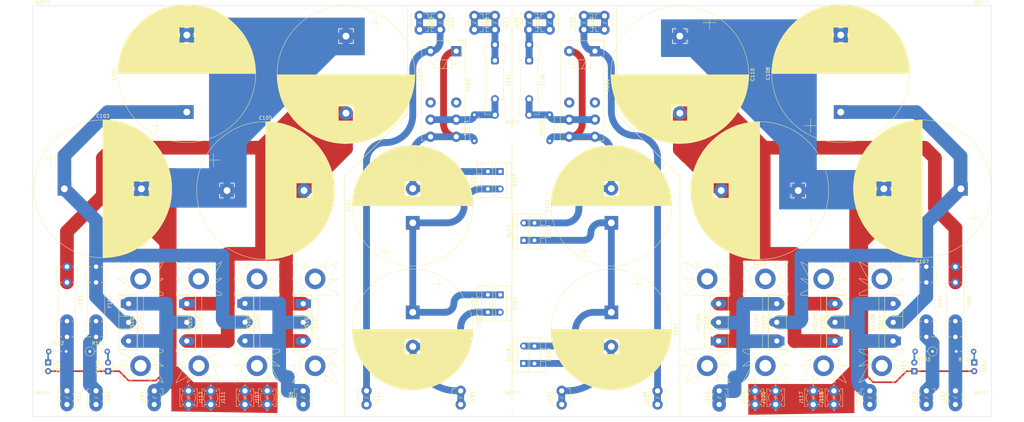
<source format=kicad_pcb>
(kicad_pcb (version 20221018) (generator pcbnew)
  (layers (0 "F.Cu" signal) (31 "B.Cu" signal) (34 "B.Paste" user) (35 "F.Paste" user) (36 "B.SilkS" user "B.Silkscreen") (37 "F.SilkS" user "F.Silkscreen") (38 "B.Mask" user) (39 "F.Mask" user) (44 "Edge.Cuts" user))
  (net 0 "")
  (net 1 "Net-(D101-K)")
  (net 2 "Net-(D101-A)")
  (net 3 "Net-(D102-K)")
  (net 4 "Net-(D105-K)")
  (net 5 "Net-(C105-Pad2)")
  (net 6 "Net-(D108-K)")
  (net 7 "Net-(D107-K)")
  (net 8 "Net-(D109-A)")
  (net 9 "Net-(D110-K)")
  (net 10 "Net-(J101-Pin_1)")
  (net 11 "Net-(F101-Pad2)")
  (net 12 "Net-(J109-Pin_1)")
  (net 13 "Net-(J110-Pin_1)")
  (net 18 "Net-(J102-Pin_1)")
  (net 21 "Net-(D111-K)")
  (net 22 "Net-(C109-Pad2)")
  (net 23 "Net-(D117-K)")
  (net 24 "Net-(D117-A)")
  (net 25 "Net-(D118-K)")
  (net 26 "Net-(D115-K)")
  (net 27 "Net-(D116-K)")
  (net 28 "Net-(D113-A)")
  (net 29 "Net-(D114-K)")
  (net 30 "Net-(J115-Pin_1)")
  (net 31 "Net-(J122-Pin_1)")
  (net 32 "Net-(J123-Pin_1)")
  (net 33 "Net-(F106-Pad2)")
  (net 38 "Net-(J126-Pin_1)")
  (net 41 "GND1")
  (net 42 "GND2")
  (footprint "Package_TO_SOT_THT:TO-220-2_Vertical" (layer "F.Cu") (at 208.445 138.54 90)
    (fp_text reference "D117")
    (fp_text value "MUR860")
  )
  (footprint "TerminalBlock_MetzConnect:TerminalBlock_MetzConnect_360381_1x01_Horizontal_ScrewM3.0" (layer "F.Cu") (at 210 77 90)
    (fp_text reference "J125")
    (fp_text value "L1")
  )
  (footprint "Heatsink:Heatsink_Fischer_SK104-STCB_35x13mm__2xDrill3.5mm_ScrewM3" (layer "F.Cu") (at 147.5 162.5 90)
    (fp_text reference "HS104")
    (fp_text value "SK104")
  )
  (footprint "TerminalBlock_MetzConnect:TerminalBlock_MetzConnect_360381_1x01_Horizontal_ScrewM3.0" (layer "F.Cu") (at 178 73 -90)
    (fp_text reference "J102")
    (fp_text value "N")
  )
  (footprint "eigene:CP_Radial_D40.0mm_P22,5" (layer "F.Cu") (at 110 94.843063 90)
    (fp_text reference "C104")
    (fp_text value "10.000µ 80V")
  )
  (footprint "TerminalBlock_MetzConnect:TerminalBlock_MetzConnect_360381_1x01_Horizontal_ScrewM3.0" (layer "F.Cu") (at 100.5 186.5 90)
    (fp_text reference "J105")
    (fp_text value "+45VAC")
  )
  (footprint "Resistor_THT:R_Axial_DIN0207_L6.3mm_D2.5mm_P7.62mm_Horizontal" (layer "F.Cu") (at 194 109.5 90)
    (fp_text reference "TH101")
    (fp_text value "EPC B57364-S100\n")
  )
  (footprint "Package_TO_SOT_THT:TO-247-3_Vertical" (layer "F.Cu") (at 299.32 167.95 90)
    (fp_text reference "D115")
    (fp_text value "MUR3020")
  )
  (footprint "Package_TO_SOT_THT:TO-247-3_Vertical" (layer "F.Cu") (at 316.32 167.95 90)
    (fp_text reference "D111")
    (fp_text value "MUR3020")
  )
  (footprint "LED_THT:LED_D3.0mm" (layer "F.Cu") (at 69.5 174.225 -90)
    (fp_text reference "D110")
    (fp_text value "LED")
  )
  (footprint "Package_TO_SOT_THT:TO-247-3_Vertical" (layer "F.Cu") (at 93 157.05 -90)
    (fp_text reference "D105")
    (fp_text value "MUR3020")
  )
  (footprint "TerminalBlock_MetzConnect:TerminalBlock_MetzConnect_360381_1x01_Horizontal_ScrewM3.0" (layer "F.Cu") (at 127 182.5 -90)
    (fp_text reference "J107")
    (fp_text value "0V")
  )
  (footprint "Relay_THT:Relay_DPDT_Finder_40.52" (layer "F.Cu") (at 188.7075 83.2925 -90)
    (fp_text reference "K102")
    (fp_text value "FINDER-40.52")
  )
  (footprint "Package_TO_SOT_THT:TO-220-2_Vertical" (layer "F.Cu") (at 197.945 159.54 90)
    (fp_text reference "D102")
    (fp_text value "MUR860")
  )
  (footprint "Fuse:Fuseholder_Clip-5x20mm_Littelfuse_100_Inline_P20.50x4.60mm_D1.30mm_Horizontal" (layer "F.Cu") (at 210 81.4 -90)
    (fp_text reference "F106")
    (fp_text value "3,15A")
  )
  (footprint "Fuse:Fuseholder_Clip-5x20mm_Littelfuse_100_Inline_P20.50x4.60mm_D1.30mm_Horizontal" (layer "F.Cu") (at 83.5 146.25 -90)
    (fp_text reference "F102")
    (fp_text value "8A")
  )
  (footprint "LED_THT:LED_D3.0mm" (layer "F.Cu") (at 87 176.775 90)
    (fp_text reference "D109")
    (fp_text value "LED")
  )
  (footprint "Package_TO_SOT_THT:TO-220-2_Vertical" (layer "F.Cu") (at 211.555 169.46 -90)
    (fp_text reference "D120")
    (fp_text value "MUR860")
  )
  (footprint "Resistor_THT:R_Axial_DIN0207_L6.3mm_D2.5mm_P5.08mm_Vertical" (layer "F.Cu") (at 327.815 171 180)
    (fp_text reference "R103")
    (fp_text value "4k7 1W")
  )
  (footprint "Heatsink:Heatsink_Fischer_SK104-STCB_35x13mm__2xDrill3.5mm_ScrewM3" (layer "F.Cu") (at 96.5 162.5 90)
    (fp_text reference "HS101")
    (fp_text value "SK104")
  )
  (footprint "eigene:CP_Radial_D40.0mm_P22,5" (layer "F.Cu") (at 254 85.156937 -90)
    (fp_text reference "C110")
    (fp_text value "10.000µ 80V")
  )
  (footprint "MountingHole:MountingHole_3.2mm_M3_DIN965" (layer "F.Cu") (at 205 187)
    (fp_text reference "REF**")
    (fp_text value "MountingHole_3.2mm_M3_DIN965")
  )
  (footprint "Package_TO_SOT_THT:TO-247-3_Vertical" (layer "F.Cu") (at 110 157.05 -90)
    (fp_text reference "D108")
    (fp_text value "MUR3020")
  )
  (footprint "TerminalBlock_MetzConnect:TerminalBlock_MetzConnect_360381_1x01_Horizontal_ScrewM3.0" (layer "F.Cu") (at 299 186.5 90)
    (fp_text reference "J118")
    (fp_text value "GND")
  )
  (footprint "Heatsink:Heatsink_Fischer_SK104-STCB_35x13mm__2xDrill3.5mm_ScrewM3" (layer "F.Cu") (at 296 162.5 90)
    (fp_text reference "HS106")
    (fp_text value "SK104")
  )
  (footprint "Heatsink:Heatsink_Fischer_SK104-STCB_35x13mm__2xDrill3.5mm_ScrewM3" (layer "F.Cu") (at 262 162.5 90)
    (fp_text reference "HS105")
    (fp_text value "SK104")
  )
  (footprint "Resistor_THT:R_Axial_DIN0207_L6.3mm_D2.5mm_P7.62mm_Horizontal" (layer "F.Cu") (at 216 109.5 90)
    (fp_text reference "TH102")
    (fp_text value "EPC B57364-S100\n")
  )
  (footprint "TerminalBlock_MetzConnect:TerminalBlock_MetzConnect_360381_1x01_Horizontal_ScrewM3.0" (layer "F.Cu") (at 276 186.5 90)
    (fp_text reference "J121")
    (fp_text value "0V")
  )
  (footprint "Fuse:Fuseholder_Clip-5x20mm_Littelfuse_100_Inline_P20.50x4.60mm_D1.30mm_Horizontal" (layer "F.Cu") (at 334.5 146.25 -90)
    (fp_text reference "F105")
    (fp_text value "8A")
  )
  (footprint "MountingHole:MountingHole_3.2mm_M3_DIN965" (layer "F.Cu") (at 68 187)
    (fp_text reference "REF**")
    (fp_text value "MountingHole_3.2mm_M3_DIN965")
  )
  (footprint "eigene:CP_Radial_D40.0mm_P22,5" (layer "F.Cu") (at 301 94.843064 90)
    (fp_text reference "C108")
    (fp_text value "10.000µ 80V")
  )
  (footprint "Capacitor_THT:CP_Radial_D35.0mm_P10.00mm_SnapIn" (layer "F.Cu") (at 234 133.430499 90)
    (fp_text reference "C111")
    (fp_text value "22.000µ 40V")
  )
  (footprint "Fuse:Fuseholder_Clip-5x20mm_Littelfuse_100_Inline_P20.50x4.60mm_D1.30mm_Horizontal" (layer "F.Cu") (at 75 146.25 -90)
    (fp_text reference "F103")
    (fp_text value "8A")
  )
  (footprint "Resistor_THT:R_Axial_DIN0207_L6.3mm_D2.5mm_P5.08mm_Vertical" (layer "F.Cu") (at 69.685 171)
    (fp_text reference "R102")
    (fp_text value "4k7 1W")
  )
  (footprint "Heatsink:Heatsink_Fischer_SK104-STCB_35x13mm__2xDrill3.5mm_ScrewM3" (layer "F.Cu") (at 313 162.5 90)
    (fp_text reference "HS108")
    (fp_text value "SK104")
  )
  (footprint "TerminalBlock_MetzConnect:TerminalBlock_MetzConnect_360381_1x01_Horizontal_ScrewM3.0" (layer "F.Cu") (at 200 73 -90)
    (fp_text reference "J113")
    (fp_text value "L1")
  )
  (footprint "LED_THT:LED_D3.0mm" (layer "F.Cu") (at 340 174.225 -90)
    (fp_text reference "D114")
    (fp_text value "LED")
  )
  (footprint "eigene:CP_Radial_D40.0mm_P22,5" (layer "F.Cu") (at 80.5 123.5)
    (fp_text reference "C103")
    (fp_text value "10.000µ 80V")
  )
  (footprint "TerminalBlock_MetzConnect:TerminalBlock_MetzConnect_360381_1x01_Horizontal_ScrewM3.0" (layer "F.Cu") (at 194 73 -90)
    (fp_text reference "J101")
    (fp_text value "L1")
  )
  (footprint "TerminalBlock_MetzConnect:TerminalBlock_MetzConnect_360381_1x01_Horizontal_ScrewM3.0" (layer "F.Cu") (at 144 186.5 90)
    (fp_text reference "J106")
    (fp_text value "-45VAC")
  )
  (footprint "TerminalBlock_MetzConnect:TerminalBlock_MetzConnect_360381_1x01_Horizontal_ScrewM3.0" (layer "F.Cu") (at 232 77 90)
    (fp_text reference "J127")
    (fp_text value "N")
  )
  (footprint "TerminalBlock_MetzConnect:TerminalBlock_MetzConnect_360381_1x01_Horizontal_ScrewM3.0" (layer "F.Cu") (at 184 73 -90)
    (fp_text reference "J104")
    (fp_text value "N")
  )
  (footprint "TerminalBlock_MetzConnect:TerminalBlock_MetzConnect_360381_1x01_Horizontal_ScrewM3.0" (layer "F.Cu") (at 265.5 186.5 90)
    (fp_text reference "J119")
    (fp_text value "-45VAC")
  )
  (footprint "MountingHole:MountingHole_3.2mm_M3_DIN965" (layer "F.Cu") (at 342 73)
    (fp_text reference "REF**")
    (fp_text value "MountingHole_3.2mm_M3_DIN965")
  )
  (footprint "Resistor_THT:R_Axial_DIN0207_L6.3mm_D2.5mm_P5.08mm_Vertical" (layer "F.Cu") (at 339.815 171 180)
    (fp_text reference "R104")
    (fp_text value "4k7 1W")
  )
  (footprint "Package_TO_SOT_THT:TO-220-2_Vertical" (layer "F.Cu") (at 208.38 174.5 90)
    (fp_text reference "D118")
    (fp_text value "MUR860")
  )
  (footprint "Resistor_THT:R_Axial_DIN0207_L6.3mm_D2.5mm_P5.08mm_Vertical" (layer "F.Cu") (at 81.685 171)
    (fp_text reference "R101")
    (fp_text value "4k7 1W")
  )
  (footprint "TerminalBlock_MetzConnect:TerminalBlock_MetzConnect_360381_1x01_Horizontal_ScrewM3.0" (layer "F.Cu") (at 309.5 186.5 90)
    (fp_text reference "J116")
    (fp_text value "+45VAC")
  )
  (footprint "eigene:CP_Radial_D40.0mm_P22,5" (layer "F.Cu") (at 282.343064 124 180)
    (fp_text reference "C109")
    (fp_text value "10.000µ 80V")
  )
  (footprint "eigene:CP_Radial_D40.0mm_P22,5" (layer "F.Cu") (at 329.843064 123.5 180)
    (fp_text reference "C107")
    (fp_text value "10.000µ 80V")
  )
  (footprint "TerminalBlock_MetzConnect:TerminalBlock_MetzConnect_360381_1x01_Horizontal_ScrewM3.0" (layer "F.Cu") (at 282 186.5 90)
    (fp_text reference "J120")
    (fp_text value "0V")
  )
  (footprint "Relay_THT:Relay_DPDT_Finder_40.52" (layer "F.Cu") (at 229.2075 83.2925 -90)
    (fp_text reference "K101")
    (fp_text value "FINDER-40.52")
  )
  (footprint "Heatsink:Heatsink_Fischer_SK104-STCB_35x13mm__2xDrill3.5mm_ScrewM3" (layer "F.Cu") (at 113.5 162.5 90)
    (fp_text reference "HS103")
    (fp_text value "SK104")
  )
  (footprint "TerminalBlock_MetzConnect:TerminalBlock_MetzConnect_360381_1x01_Horizontal_ScrewM3.0" (layer "F.Cu") (at 226 77 90)
    (fp_text reference "J126")
    (fp_text value "N")
  )
  (footprint "Package_TO_SOT_THT:TO-220-2_Vertical" (layer "F.Cu") (at 201.555 154.46 -90)
    (fp_text reference "D104")
    (fp_text value "MUR860")
  )
  (footprint "TerminalBlock_MetzConnect:TerminalBlock_MetzConnect_360381_1x01_Horizontal_ScrewM3.0" (layer "F.Cu") (at 293 186.5 90)
    (fp_text reference "J117")
    (fp_text value "GND")
  )
  (footprint "Package_TO_SOT_THT:TO-247-3_Vertical" (layer "F.Cu") (at 144 157.05 -90)
    (fp_text reference "D107")
    (fp_text value "MUR3020")
  )
  (footprint "TerminalBlock_MetzConnect:TerminalBlock_MetzConnect_360381_1x01_Horizontal_ScrewM3.0" (layer "F.Cu") (at 133.5 182.5 -90)
    (fp_text reference "J108")
    (fp_text value "0V")
  )
  (footprint "TerminalBlock_MetzConnect:TerminalBlock_MetzConnect_360381_1x01_Horizontal_ScrewM3.0" (layer "F.Cu") (at 216 77 90)
    (fp_text reference "J123")
    (fp_text value "L1")
  )
  (footprint "TerminalBlock_MetzConnect:TerminalBlock_MetzConnect_360381_1x01_Horizontal_ScrewM3.0" (layer "F.Cu") (at 190 182.5 -90)
    (fp_text reference "J103")
    (fp_text value "L1_F")
  )
  (footprint "TerminalBlock_MetzConnect:TerminalBlock_MetzConnect_360381_1x01_Horizontal_ScrewM3.0" (layer "F.Cu") (at 83.5 182.5 -90)
    (fp_text reference "J109")
    (fp_text value "+63VDC")
  )
  (footprint "eigene:CP_Radial_D40.0mm_P22,5" (layer "F.Cu") (at 156.5 85.156937 -90)
    (fp_text reference "C106")
    (fp_text value "10.000µ 80V")
  )
  (footprint "Package_TO_SOT_THT:TO-220-2_Vertical" (layer "F.Cu") (at 197.945 123.54 90)
    (fp_text reference "D101")
    (fp_text value "MUR860")
  )
  (footprint "Package_TO_SOT_THT:TO-220-2_Vertical" (layer "F.Cu") (at 201.555 118.46 -90)
    (fp_text reference "D103")
    (fp_text value "MUR860")
  )
  (footprint "TerminalBlock_MetzConnect:TerminalBlock_MetzConnect_360381_1x01_Horizontal_ScrewM3.0" (layer "F.Cu") (at 326 186.5 90)
    (fp_text reference "J115")
    (fp_text value "+63VDC")
  )
  (footprint "Fuse:Fuseholder_Clip-5x20mm_Littelfuse_100_Inline_P20.50x4.60mm_D1.30mm_Horizontal" (layer "F.Cu") (at 326 146.25 -90)
    (fp_text reference "F104")
    (fp_text value "8A")
  )
  (footprint "Fuse:Fuseholder_Clip-5x20mm_Littelfuse_100_Inline_P20.50x4.60mm_D1.30mm_Horizontal" (layer "F.Cu") (at 200 81.4 -90)
    (fp_text reference "F101")
    (fp_text value "3,15A")
  )
  (footprint "TerminalBlock_MetzConnect:TerminalBlock_MetzConnect_360381_1x01_Horizontal_ScrewM3.0" (layer "F.Cu") (at 117 182.5 -90)
    (fp_text reference "J111")
    (fp_text value "GND")
  )
  (footprint "Capacitor_THT:CP_Radial_D35.0mm_P10.00mm_SnapIn" (layer "F.Cu") (at 176 159.569501 -90)
    (fp_text reference "C102")
    (fp_text value "22.000µ 40V")
  )
  (footprint "TerminalBlock_MetzConnect:TerminalBlock_MetzConnect_360381_1x01_Horizontal_ScrewM3.0" (layer "F.Cu") (at 110.5 182.5 -90)
    (fp_text reference "J112")
    (fp_text value "GND")
  )
  (footprint "MountingHole:MountingHole_3.2mm_M3_DIN965" (layer "F.Cu") (at 68 73)
    (fp_text reference "REF**")
    (fp_text value "MountingHole_3.2mm_M3_DIN965")
  )
  (footprint "Capacitor_THT:CP_Radial_D35.0mm_P10.00mm_SnapIn" (layer "F.Cu") (at 234 159.569501 -90)
    (fp_text reference "C112")
    (fp_text value "22.000µ 40V")
  )
  (footprint "Package_TO_SOT_THT:TO-247-3_Vertical" (layer "F.Cu") (at 127 157 -90)
    (fp_text reference "D106")
    (fp_text value "MUR3020")
  )
  (footprint "Package_TO_SOT_THT:TO-247-3_Vertical" (layer "F.Cu") (at 265.32 167.95 90)
    (fp_text reference "D116")
    (fp_text value "MUR3020")
  )
  (footprint "Heatsink:Heatsink_Fischer_SK104-STCB_35x13mm__2xDrill3.5mm_ScrewM3" (layer "F.Cu") (at 279 162.5 90)
    (fp_text reference "HS107")
    (fp_text value "SK104")
  )
  (footprint "Package_TO_SOT_THT:TO-220-2_Vertical" (layer "F.Cu") (at 211.555 133.46 -90)
    (fp_text reference "D119")
    (fp_text value "MUR860")
  )
  (footprint "MountingHole:MountingHole_3.2mm_M3_DIN965" (layer "F.Cu") (at 342 187)
    (fp_text reference "REF**")
    (fp_text value "MountingHole_3.2mm_M3_DIN965")
  )
  (footprint "Heatsink:Heatsink_Fischer_SK104-STCB_35x13mm__2xDrill3.5mm_ScrewM3" (layer "F.Cu") (at 130.5 162.5 90)
    (fp_text reference "HS102")
    (fp_text value "SK104")
  )
  (footprint "eigene:CP_Radial_D40.0mm_P22,5" (layer "F.Cu") (at 128 124)
    (fp_text reference "C105")
    (fp_text value "10.000µ 80V")
  )
  (footprint "MountingHole:MountingHole_3.2mm_M3_DIN965" (layer "F.Cu") (at 205 108)
    (fp_text reference "REF**")
    (fp_text value "MountingHole_3.2mm_M3_DIN965")
  )
  (footprint "Capacitor_THT:CP_Radial_D35.0mm_P10.00mm_SnapIn" (layer "F.Cu") (at 176 133.430499 90)
    (fp_text reference "C101")
    (fp_text value "22.000µ 40V")
  )
  (footprint "LED_THT:LED_D3.0mm" (layer "F.Cu") (at 322.5 176.775 90)
    (fp_text reference "D113")
    (fp_text value "LED")
  )
  (footprint "TerminalBlock_MetzConnect:TerminalBlock_MetzConnect_360381_1x01_Horizontal_ScrewM3.0" (layer "F.Cu") (at 219.5 186.5 90)
    (fp_text reference "J124")
    (fp_text value "L1_F")
  )
  (footprint "TerminalBlock_MetzConnect:TerminalBlock_MetzConnect_360381_1x01_Horizontal_ScrewM3.0" (layer "F.Cu") (at 334.5 186.5 90)
    (fp_text reference "J122")
    (fp_text value "-63VDC")
  )
  (footprint "Package_TO_SOT_THT:TO-247-3_Vertical" (layer "F.Cu") (at 282.32 167.95 90)
    (fp_text reference "D112")
    (fp_text value "MUR3020")
  )
  (footprint "TerminalBlock_MetzConnect:TerminalBlock_MetzConnect_360381_1x01_Horizontal_ScrewM3.0" (layer "F.Cu") (at 247.5 186.5 90)
    (fp_text reference "J128")
    (fp_text value "N")
  )
  (footprint "TerminalBlock_MetzConnect:TerminalBlock_MetzConnect_360381_1x01_Horizontal_ScrewM3.0" (layer "F.Cu") (at 75 182.5 -90)
    (fp_text reference "J110")
    (fp_text value "-63VDC")
  )
  (footprint "TerminalBlock_MetzConnect:TerminalBlock_MetzConnect_360381_1x01_Horizontal_ScrewM3.0" (layer "F.Cu") (at 162.5 182.5 -90)
    (fp_text reference "J114")
    (fp_text value "N")
  )
  (gr_line (start 174.5 101.5) (end 174.5 70) (stroke (width 0.15)) (layer "F.SilkS"))
  (gr_line (start 156 120) (end 174.5 101.5) (stroke (width 0.15)) (layer "F.SilkS"))
  (gr_line (start 156 190) (end 156 120) (stroke (width 0.15)) (layer "F.SilkS"))
  (gr_line (start 235.5 101.5) (end 254 120) (stroke (width 0.15)) (layer "F.SilkS"))
  (gr_line (start 235.5 70) (end 235.5 101.5) (stroke (width 0.15)) (layer "F.SilkS"))
  (gr_line (start 254 120) (end 254 190) (stroke (width 0.15)) (layer "F.SilkS"))
  (gr_line (start 205 190) (end 205 70) (stroke (width 0.15)) (layer "F.SilkS"))
  (gr_line (start 65 190) (end 65 70) (stroke (width 0.1)) (layer "Edge.Cuts"))
  (gr_line (start 345 70) (end 345 190) (stroke (width 0.1)) (layer "Edge.Cuts"))
  (gr_line (start 65 70) (end 345 70) (stroke (width 0.1)) (layer "Edge.Cuts"))
  (gr_line (start 345 190) (end 65 190) (stroke (width 0.1)) (layer "Edge.Cuts"))
  (segment (start 195.96 123.54) (end 201.555 123.54) (width 2) (layer "B.Cu") (net 1))
  (segment (start 190.54 154.46) (end 201.555 154.46) (width 2) (layer "B.Cu") (net 1))
  (segment (start 176 133.430499) (end 176 159.569501) (width 2) (layer "B.Cu") (net 1))
  (segment (start 176 133.430499) (end 186.069501 133.430499) (width 2) (layer "B.Cu") (net 1))
  (segment (start 176 159.569501) (end 185.430499 159.569501) (width 2) (layer "B.Cu") (net 1))
  (arc (start 188 157) (mid 188.743949 155.203949) (end 190.54 154.46) (width 2) (layer "B.Cu") (net 1))
  (arc (start 185.430499 159.569501) (mid 187.247411 158.816912) (end 188 157) (width 2) (layer "B.Cu") (net 1))
  (arc (start 186.069501 133.430499) (mid 189.55589 131.986389) (end 191 128.5) (width 2) (layer "B.Cu") (net 1))
  (arc (start 191 128.5) (mid 192.45275 124.99275) (end 195.96 123.54) (width 2) (layer "B.Cu") (net 1))
  (segment (start 185 104.585) (end 185 87) (width 2) (layer "F.Cu") (net 2))
  (arc (start 185 87) (mid 186.085902 84.378402) (end 188.7075 83.2925) (width 2) (layer "F.Cu") (net 2))
  (arc (start 188.7075 108.2925) (mid 186.085902 107.206598) (end 185 104.585) (width 2) (layer "F.Cu") (net 2))
  (segment (start 176 123.430499) (end 185.569501 123.430499) (width 2) (layer "B.Cu") (net 2))
  (segment (start 181.2075 108.2925) (end 192.7925 108.2925) (width 2) (layer "B.Cu") (net 2))
  (segment (start 201.555 118.46) (end 190.54 118.46) (width 2) (layer "B.Cu") (net 2))
  (segment (start 176 113.5) (end 176 123.430499) (width 2) (layer "B.Cu") (net 2))
  (arc (start 192.7925 108.2925) (mid 193.646331 108.646169) (end 194 109.5) (width 2) (layer "B.Cu") (net 2))
  (arc (start 181.2075 108.2925) (mid 177.525241 109.817741) (end 176 113.5) (width 2) (layer "B.Cu") (net 2))
  (arc (start 190.54 118.46) (mid 189.451056 118.911056) (end 189 120) (width 2) (layer "B.Cu") (net 2))
  (arc (start 185.569501 123.430499) (mid 187.99523 122.425729) (end 189 120) (width 2) (layer "B.Cu") (net 2))
  (segment (start 190 182.5) (end 188.930499 182.5) (width 2) (layer "B.Cu") (net 3))
  (segment (start 190 186.5) (end 190 182.5) (width 2) (layer "B.Cu") (net 3))
  (segment (start 194.46 159.54) (end 201.555 159.54) (width 2) (layer "B.Cu") (net 3))
  (segment (start 176 169.569501) (end 184.430499 169.569501) (width 2) (layer "B.Cu") (net 3))
  (arc (start 188.930499 182.5) (mid 179.787255 178.712745) (end 176 169.569501) (width 2) (layer "B.Cu") (net 3))
  (arc (start 184.430499 169.569501) (mid 188.368731 167.938232) (end 190 164) (width 2) (layer "B.Cu") (net 3))
  (arc (start 190 164) (mid 191.306304 160.846304) (end 194.46 159.54) (width 2) (layer "B.Cu") (net 3))
  (segment (start 83.5 143) (end 83.5 150.85) (width 4) (layer "B.Cu") (net 4))
  (segment (start 93 162.5) (end 91 162.5) (width 4) (layer "B.Cu") (net 4))
  (segment (start 83.5 155) (end 83.5 150.85) (width 4) (layer "B.Cu") (net 4))
  (segment (start 110 101.093063) (end 86.906937 101.093063) (width 4) (layer "B.Cu") (net 4))
  (segment (start 120.5 143) (end 83.5 143) (width 4) (layer "B.Cu") (net 4))
  (segment (start 74.25 113.75) (end 74.25 123.5) (width 4) (layer "B.Cu") (net 4))
  (segment (start 127 162.45) (end 121.55 162.45) (width 4) (layer "B.Cu") (net 4))
  (segment (start 91 162.5) (end 83.5 155) (width 4) (layer "B.Cu") (net 4))
  (segment (start 83.5 146.25) (end 83.5 132.75) (width 4) (layer "B.Cu") (net 4))
  (segment (start 86.906937 101.093063) (end 74.25 113.75) (width 4) (layer "B.Cu") (net 4))
  (segment (start 120.5 161.5) (end 120.5 143) (width 4) (layer "B.Cu") (net 4))
  (segment (start 83.5 132.75) (end 74.25 123.5) (width 4) (layer "B.Cu") (net 4))
  (arc (start 121.55 162.45) (mid 121.514645 162.464645) (end 121.5 162.5) (width 4) (layer "B.Cu") (net 4))
  (arc (start 121.5 162.5) (mid 120.792893 162.207107) (end 120.5 161.5) (width 4) (layer "B.Cu") (net 4))
  (segment (start 131.75 111.5) (end 132 111.75) (width 4) (layer "F.Cu") (net 5))
  (segment (start 139 157.1) (end 139.05 157.05) (width 4) (layer "F.Cu") (net 5))
  (segment (start 141.843063 101.406937) (end 131.75 111.5) (width 4) (layer "F.Cu") (net 5))
  (segment (start 132 142.5) (end 139 142.5) (width 4) (layer "F.Cu") (net 5))
  (segment (start 75 136) (end 85.5 125.5) (width 4) (layer "F.Cu") (net 5))
  (segment (start 132 111.75) (end 132 142.5) (width 4) (layer "F.Cu") (net 5))
  (segment (start 121.95 167.95) (end 122 168) (width 4) (layer "F.Cu") (net 5))
  (segment (start 139 168) (end 139 157.1) (width 4) (layer "F.Cu") (net 5))
  (segment (start 156.5 101.406937) (end 156.5 111.75) (width 4) (layer "F.Cu") (net 5))
  (segment (start 121.95 167.95) (end 121.95 157.05) (width 4) (layer "F.Cu") (net 5))
  (segment (start 121.95 157.05) (end 122 157) (width 4) (layer "F.Cu") (net 5))
  (segment (start 110 167.95) (end 121.95 167.95) (width 4) (layer "F.Cu") (net 5))
  (segment (start 75 150.85) (end 75 136) (width 4) (layer "F.Cu") (net 5))
  (segment (start 122 142.5) (end 132 142.5) (width 4) (layer "F.Cu") (net 5))
  (segment (start 122 157) (end 122 142.5) (width 4) (layer "F.Cu") (net 5))
  (segment (start 110 157.05) (end 121.95 157.05) (width 4) (layer "F.Cu") (net 5))
  (segment (start 139 129.25) (end 139 142.5) (width 4) (layer "F.Cu") (net 5))
  (segment (start 85.5 125.5) (end 85.5 114.5) (width 4) (layer "F.Cu") (net 5))
  (segment (start 88.5 111.5) (end 131.75 111.5) (width 4) (layer "F.Cu") (net 5))
  (segment (start 156.5 111.75) (end 144.25 124) (width 4) (layer "F.Cu") (net 5))
  (segment (start 85.5 114.5) (end 88.5 111.5) (width 4) (layer "F.Cu") (net 5))
  (segment (start 144 157.05) (end 139.05 157.05) (width 4) (layer "F.Cu") (net 5))
  (segment (start 139 157) (end 139 142.5) (width 4) (layer "F.Cu") (net 5))
  (segment (start 139.05 157.05) (end 139 157) (width 4) (layer "F.Cu") (net 5))
  (segment (start 139.05 167.95) (end 139 168) (width 4) (layer "F.Cu") (net 5))
  (segment (start 144.25 124) (end 139 129.25) (width 4) (layer "F.Cu") (net 5))
  (segment (start 131.75 111.5) (end 144.25 124) (width 4) (layer "F.Cu") (net 5))
  (segment (start 144 167.95) (end 139.05 167.95) (width 4) (layer "F.Cu") (net 5))
  (segment (start 156.5 101.406937) (end 141.843063 101.406937) (width 4) (layer "F.Cu") (net 5))
  (segment (start 104 157) (end 104 167.9) (width 4) (layer "B.Cu") (net 6))
  (segment (start 100.5 186.5) (end 100.5 182.5) (width 4) (layer "B.Cu") (net 6))
  (segment (start 110.68 162.5) (end 104 162.5) (width 4) (layer "B.Cu") (net 6))
  (segment (start 103.95 167.95) (end 103.95 179.05) (width 4) (layer "B.Cu") (net 6))
  (segment (start 93 157.05) (end 103.95 157.05) (width 4) (layer "B.Cu") (net 6))
  (segment (start 93 167.95) (end 103.95 167.95) (width 4) (layer "B.Cu") (net 6))
  (arc (start 103.95 179.05) (mid 102.939518 181.489518) (end 100.5 182.5) (width 4) (layer "B.Cu") (net 6))
  (segment (start 144 162.5) (end 137 162.5) (width 4) (layer "B.Cu") (net 7))
  (segment (start 139.5 182.5) (end 144 182.5) (width 4) (layer "B.Cu") (net 7))
  (segment (start 144 186.5) (end 144 182.5) (width 4) (layer "B.Cu") (net 7))
  (segment (start 127 157) (end 137 157) (width 4) (layer "B.Cu") (net 7))
  (segment (start 139.5 178.5) (end 139.5 182.5) (width 4) (layer "B.Cu") (net 7))
  (segment (start 137 168) (end 137 176) (width 4) (layer "B.Cu") (net 7))
  (segment (start 137 157) (end 137 167.8) (width 4) (layer "B.Cu") (net 7))
  (segment (start 127 167.9) (end 136.9 167.9) (width 4) (layer "B.Cu") (net 7))
  (arc (start 137 176) (mid 137.732233 177.767767) (end 139.5 178.5) (width 4) (layer "B.Cu") (net 7))
  (arc (start 137 167.8) (mid 136.970711 167.870711) (end 136.9 167.9) (width 4) (layer "B.Cu") (net 7))
  (arc (start 136.9 167.9) (mid 136.970711 167.929289) (end 137 168) (width 4) (layer "B.Cu") (net 7))
  (segment (start 87 174.235) (end 87 171.235) (width 0.5) (layer "B.Cu") (net 8))
  (arc (start 87 171.235) (mid 86.93117 171.06883) (end 86.765 171) (width 0.5) (layer "B.Cu") (net 8))
  (segment (start 69.5 174.225) (end 69.5 171.185) (width 0.5) (layer "B.Cu") (net 9))
  (arc (start 69.5 171.185) (mid 69.554185 171.054185) (end 69.685 171) (width 0.5) (layer "B.Cu") (net 9))
  (segment (start 200 77) (end 200 73) (width 2) (layer "B.Cu") (net 10))
  (segment (start 200 77) (end 200 86) (width 2) (layer "B.Cu") (net 10))
  (segment (start 194 73) (end 194 77) (width 2) (layer "B.Cu") (net 10))
  (segment (start 200 73) (end 194 73) (width 2) (layer "B.Cu") (net 10))
  (segment (start 194 77) (end 200 77) (width 2) (layer "B.Cu") (net 10))
  (segment (start 181.2075 103.2925) (end 192.5875 103.2925) (width 2) (layer "B.Cu") (net 11))
  (segment (start 200 101.9) (end 200 97.3) (width 2) (layer "B.Cu") (net 11))
  (segment (start 194 101.88) (end 199.98 101.88) (width 2) (layer "B.Cu") (net 11))
  (arc (start 199.98 101.88) (mid 199.994142 101.885858) (end 200 101.9) (width 2) (layer "B.Cu") (net 11))
  (arc (start 192.5875 103.2925) (mid 193.586288 102.878788) (end 194 101.88) (width 2) (layer "B.Cu") (net 11))
  (segment (start 81.685 171) (end 81.685 168.565) (width 4) (layer "B.Cu") (net 12))
  (segment (start 81.685 171) (end 81.685 180.685) (width 4) (layer "B.Cu") (net 12))
  (segment (start 81.685 168.565) (end 83.5 166.75) (width 4) (layer "B.Cu") (net 12))
  (segment (start 83.5 162.15) (end 83.5 166.75) (width 4) (layer "B.Cu") (net 12))
  (segment (start 81.685 180.685) (end 83.5 182.5) (width 4) (layer "B.Cu") (net 12))
  (segment (start 83.5 186.5) (end 83.5 182.5) (width 4) (layer "B.Cu") (net 12))
  (segment (start 75 162.15) (end 75 186.5) (width 4) (layer "B.Cu") (net 13))
  (segment (start 184 80.5) (end 184 77) (width 2) (layer "B.Cu") (net 18))
  (segment (start 178 73) (end 178 77) (width 2) (layer "B.Cu") (net 18))
  (segment (start 184 73) (end 184 77) (width 2) (layer "B.Cu") (net 18))
  (segment (start 178 73) (end 184 73) (width 2) (layer "B.Cu") (net 18))
  (segment (start 162.5 186.5) (end 162.5 115.5) (width 2) (layer "B.Cu") (net 18))
  (segment (start 176 102.000003) (end 176 88.5) (width 2) (layer "B.Cu") (net 18))
  (segment (start 184 77) (end 178 77) (width 2) (layer "B.Cu") (net 18))
  (arc (start 181.2075 83.2925) (mid 183.182096 82.474596) (end 184 80.5) (width 2) (layer "B.Cu") (net 18))
  (arc (start 162.5 115.5) (mid 164.110913 111.610913) (end 168 110) (width 2) (layer "B.Cu") (net 18))
  (arc (start 168 110) (mid 173.656855 107.656855) (end 176 102.000003) (width 2) (layer "B.Cu") (net 18))
  (arc (start 176 88.5) (mid 177.525241 84.817741) (end 181.2075 83.2925) (width 2) (layer "B.Cu") (net 18))
  (segment (start 336 123.406936) (end 336 114) (width 4) (layer "B.Cu") (net 21))
  (segment (start 326 143) (end 289.5 143) (width 4) (layer "B.Cu") (net 21))
  (segment (start 326 155) (end 326 143) (width 4) (layer "B.Cu") (net 21))
  (segment (start 336 123.5) (end 336.093064 123.5) (width 4) (layer "B.Cu") (net 21))
  (segment (start 283.05 162.5) (end 288.4 162.5) (width 4) (layer "B.Cu") (net 21))
  (segment (start 288.4 162.5) (end 288.45 162.45) (width 4) (layer "B.Cu") (net 21))
  (segment (start 289.5 143) (end 289.5 161.5) (width 4) (layer "B.Cu") (net 21))
  (segment (start 336 114) (end 323.093063 101.093063) (width 4) (layer "B.Cu") (net 21))
  (segment (start 326 145.75) (end 326 133.5) (width 4) (layer "B.Cu") (net 21))
  (segment (start 318.5 162.5) (end 326 155) (width 4) (layer "B.Cu") (net 21))
  (segment (start 336.093064 123.5) (end 336 123.406936) (width 4) (layer "B.Cu") (net 21))
  (segment (start 323.093063 101.093063) (end 301 101.093064) (width 4) (layer "B.Cu") (net 21))
  (segment (start 283 162.45) (end 283.05 162.5) (width 4) (layer "B.Cu") (net 21))
  (segment (start 326 133.5) (end 336 123.5) (width 4) (layer "B.Cu") (net 21))
  (segment (start 316.32 162.5) (end 318.5 162.5) (width 4) (layer "B.Cu") (net 21))
  (arc (start 289.5 161.5) (mid 289.207107 162.207107) (end 288.5 162.5) (width 4) (layer "B.Cu") (net 21))
  (segment (start 287.5 157.05) (end 287.5 168) (width 4) (layer "F.Cu") (net 22))
  (segment (start 299.32 157.05) (end 287.5 157.05) (width 4) (layer "F.Cu") (net 22))
  (segment (start 265.32 167.95) (end 270.45 167.95) (width 4) (layer "F.Cu") (net 22))
  (segment (start 266.093064 124) (end 256.093064 114) (width 4) (layer "F.Cu") (net 22))
  (segment (start 328.5 114.5) (end 325.5 111.5) (width 4) (layer "F.Cu") (net 22))
  (segment (start 287.5 157.05) (end 287.5 142.5) (width 4) (layer "F.Cu") (net 22))
  (segment (start 270.45 167.95) (end 270.5 168) (width 4) (layer "F.Cu") (net 22))
  (segment (start 270.5 157) (end 270.45 157.05) (width 4) (layer "F.Cu") (net 22))
  (segment (start 270.5 157.1) (end 270.45 157.05) (width 4) (layer "F.Cu") (net 22))
  (segment (start 270.5 142.5) (end 270.5 157) (width 4) (layer "F.Cu") (net 22))
  (segment (start 328.5 129) (end 328.5 114.5) (width 4) (layer "F.Cu") (net 22))
  (segment (start 278.5 111.593064) (end 278.5 142.5) (width 4) (layer "F.Cu") (net 22))
  (segment (start 278.593064 111.5) (end 278.5 111.593064) (width 4) (layer "F.Cu") (net 22))
  (segment (start 270.5 128.406936) (end 270.5 142.5) (width 4) (layer "F.Cu") (net 22))
  (segment (start 334.5 150.85) (end 334.5 135) (width 4) (layer "F.Cu") (net 22))
  (segment (start 254 112) (end 254 101.406937) (width 4) (layer "F.Cu") (net 22))
  (segment (start 325.5 111.5) (end 278.593064 111.5) (width 4) (layer "F.Cu") (net 22))
  (segment (start 270.5 168) (end 270.5 157.1) (width 4) (layer "F.Cu") (net 22))
  (segment (start 278.5 142.5) (end 270.5 142.5) (width 4) (layer "F.Cu") (net 22))
  (segment (start 265.32 157.05) (end 270.45 157.05) (width 4) (layer "F.Cu") (net 22))
  (segment (start 287.5 142.5) (end 278.5 142.5) (width 4) (layer "F.Cu") (net 22))
  (segment (start 287.5 168) (end 287.55 167.95) (width 4) (layer "F.Cu") (net 22))
  (segment (start 268.500001 101.406937) (end 278.593064 111.5) (width 4) (layer "F.Cu") (net 22))
  (segment (start 266.093064 124) (end 270.5 128.406936) (width 4) (layer "F.Cu") (net 22))
  (segment (start 254 101.406937) (end 268.500001 101.406937) (width 4) (layer "F.Cu") (net 22))
  (segment (start 334.5 135) (end 328.5 129) (width 4) (layer "F.Cu") (net 22))
  (segment (start 287.55 167.95) (end 299.32 167.95) (width 4) (layer "F.Cu") (net 22))
  (segment (start 278.593064 111.5) (end 266.093064 124) (width 4) (layer "F.Cu") (net 22))
  (segment (start 256.093064 114) (end 256 114) (width 4) (layer "F.Cu") (net 22))
  (segment (start 256 114) (end 254 112) (width 4) (layer "F.Cu") (net 22))
  (segment (start 234 133.430499) (end 234 159.569501) (width 2) (layer "B.Cu") (net 23))
  (segment (start 208.445 138.54) (end 225.96 138.54) (width 2) (layer "B.Cu") (net 23))
  (segment (start 231.069501 133.430499) (end 234 133.430499) (width 2) (layer "B.Cu") (net 23))
  (segment (start 234 159.569501) (end 228.930499 159.569501) (width 2) (layer "B.Cu") (net 23))
  (segment (start 219.08 169.42) (end 208.38 169.42) (width 2) (layer "B.Cu") (net 23))
  (arc (start 225.96 138.54) (mid 227.402498 137.942498) (end 228 136.5) (width 2) (layer "B.Cu") (net 23))
  (arc (start 223.5 165) (mid 222.205412 168.125412) (end 219.08 169.42) (width 2) (layer "B.Cu") (net 23))
  (arc (start 228.930499 159.569501) (mid 225.090556 161.160057) (end 223.5 165) (width 2) (layer "B.Cu") (net 23))
  (arc (start 228 136.5) (mid 228.899036 134.329535) (end 231.069501 133.430499) (width 2) (layer "B.Cu") (net 23))
  (segment (start 225.5 104.5) (end 225.5 87.085) (width 2) (layer "F.Cu") (net 24))
  (arc (start 225.5 87.085) (mid 224.389202 84.403298) (end 221.7075 83.2925) (width 2) (layer "F.Cu") (net 24))
  (arc (start 221.7075 108.2925) (mid 224.389202 107.181702) (end 225.5 104.5) (width 2) (layer "F.Cu") (net 24))
  (segment (start 229.2075 108.2925) (end 217.2075 108.2925) (width 2) (layer "B.Cu") (net 24))
  (segment (start 234 113.085) (end 234 123.430499) (width 2) (layer "B.Cu") (net 24))
  (segment (start 208.445 133.46) (end 211.555 133.46) (width 2) (layer "B.Cu") (net 24))
  (segment (start 230.569501 123.430499) (end 234 123.430499) (width 2) (layer "B.Cu") (net 24))
  (segment (start 211.555 133.46) (end 220.54 133.46) (width 2) (layer "B.Cu") (net 24))
  (arc (start 229.2075 108.2925) (mid 232.596309 109.696191) (end 234 113.085) (width 2) (layer "B.Cu") (net 24))
  (arc (start 224.5 129.5) (mid 226.277716 125.208215) (end 230.569501 123.430499) (width 2) (layer "B.Cu") (net 24))
  (arc (start 217.2075 108.2925) (mid 216.353669 108.646169) (end 216 109.5) (width 2) (layer "B.Cu") (net 24))
  (arc (start 220.54 133.46) (mid 223.340143 132.300143) (end 224.5 129.5) (width 2) (layer "B.Cu") (net 24))
  (segment (start 208.38 174.5) (end 219.5 174.5) (width 2) (layer "B.Cu") (net 25))
  (segment (start 219.5 182.5) (end 221.069501 182.5) (width 2) (layer "B.Cu") (net 25))
  (segment (start 219.5 174.5) (end 224 174.5) (width 2) (layer "B.Cu") (net 25))
  (segment (start 219.5 186.5) (end 219.5 182.5) (width 2) (layer "B.Cu") (net 25))
  (segment (start 228.930499 169.569501) (end 234 169.569501) (width 2) (layer "B.Cu") (net 25))
  (arc (start 224 174.5) (mid 225.414214 173.914214) (end 226 172.5) (width 2) (layer "B.Cu") (net 25))
  (arc (start 221.069501 182.5) (mid 230.212745 178.712745) (end 234 169.569501) (width 2) (layer "B.Cu") (net 25))
  (arc (start 226 172.5) (mid 226.858323 170.427824) (end 228.930499 169.569501) (width 2) (layer "B.Cu") (net 25))
  (segment (start 299.32 162.5) (end 306 162.5) (width 4) (layer "B.Cu") (net 26))
  (segment (start 316.32 167.95) (end 306.05 167.95) (width 4) (layer "B.Cu") (net 26))
  (segment (start 316.32 157.05) (end 306.05 157.05) (width 4) (layer "B.Cu") (net 26))
  (segment (start 306.05 167.95) (end 306.05 179.05) (width 4) (layer "B.Cu") (net 26))
  (segment (start 306 157) (end 306 167.9) (width 4) (layer "B.Cu") (net 26))
  (segment (start 309.5 186.5) (end 309.5 182.5) (width 4) (layer "B.Cu") (net 26))
  (arc (start 306 167.9) (mid 306.014645 167.935355) (end 306.05 167.95) (width 4) (layer "B.Cu") (net 26))
  (arc (start 306.05 167.95) (mid 306.014645 167.964645) (end 306 168) (width 4) (layer "B.Cu") (net 26))
  (arc (start 306.05 179.05) (mid 307.060482 181.489518) (end 309.5 182.5) (width 4) (layer "B.Cu") (net 26))
  (arc (start 306.05 157.05) (mid 306.014645 157.035355) (end 306 157) (width 4) (layer "B.Cu") (net 26))
  (segment (start 270 182.6) (end 265.5 182.6) (width 4) (layer "B.Cu") (net 27))
  (segment (start 272.5 168.1) (end 272.5 176.1) (width 4) (layer "B.Cu") (net 27))
  (segment (start 272.5 157.1) (end 272.5 167.9) (width 4) (layer "B.Cu") (net 27))
  (segment (start 265.5 186.6) (end 265.5 182.6) (width 4) (layer "B.Cu") (net 27))
  (segment (start 282.5 157.1) (end 272.5 157.1) (width 4) (layer "B.Cu") (net 27))
  (segment (start 270 178.6) (end 270 182.6) (width 4) (layer "B.Cu") (net 27))
  (segment (start 282.5 168) (end 272.6 168) (width 4) (layer "B.Cu") (net 27))
  (segment (start 265.5 162.6) (end 272.5 162.6) (width 4) (layer "B.Cu") (net 27))
  (arc (start 272.5 176.1) (mid 271.767767 177.867767) (end 270 178.6) (width 4) (layer "B.Cu") (net 27))
  (segment (start 322.5 174.235) (end 322.5 171.235) (width 0.5) (layer "B.Cu") (net 28))
  (arc (start 322.5 171.235) (mid 322.56883 171.06883) (end 322.735 171) (width 0.5) (layer "B.Cu") (net 28))
  (segment (start 340 174.225) (end 340 171.185) (width 0.5) (layer "B.Cu") (net 29))
  (arc (start 340 171.185) (mid 339.945815 171.054185) (end 339.815 171) (width 0.5) (layer "B.Cu") (net 29))
  (segment (start 327.815 171) (end 327.815 180.685) (width 4) (layer "B.Cu") (net 30))
  (segment (start 327.815 180.685) (end 326 182.5) (width 4) (layer "B.Cu") (net 30))
  (segment (start 326 162.15) (end 326 166.75) (width 4) (layer "B.Cu") (net 30))
  (segment (start 327.815 171) (end 327.815 168.565) (width 4) (layer "B.Cu") (net 30))
  (segment (start 326 186.5) (end 326 182.5) (width 4) (layer "B.Cu") (net 30))
  (segment (start 327.815 168.565) (end 326 166.75) (width 4) (layer "B.Cu") (net 30))
  (segment (start 334.5 186.5) (end 334.5 162.15) (width 4) (layer "B.Cu") (net 31))
  (segment (start 210 73) (end 210 86) (width 2) (layer "B.Cu") (net 32))
  (segment (start 216 73) (end 216 77) (width 2) (layer "B.Cu") (net 32))
  (segment (start 216 77) (end 210 77) (width 2) (layer "B.Cu") (net 32))
  (segment (start 216 73) (end 210 73) (width 2) (layer "B.Cu") (net 32))
  (segment (start 210 97.3) (end 210 101.9) (width 2) (layer "B.Cu") (net 33))
  (segment (start 229.2075 103.2925) (end 217.4125 103.2925) (width 2) (layer "B.Cu") (net 33))
  (segment (start 210 101.9) (end 215.98 101.9) (width 2) (layer "B.Cu") (net 33))
  (arc (start 215.98 101.9) (mid 215.994142 101.894142) (end 216 101.88) (width 2) (layer "B.Cu") (net 33))
  (arc (start 217.4125 103.2925) (mid 216.413712 102.878788) (end 216 101.88) (width 2) (layer "B.Cu") (net 33))
  (segment (start 232 73) (end 232 77) (width 2) (layer "B.Cu") (net 38))
  (segment (start 226 77) (end 226 80.085) (width 2) (layer "B.Cu") (net 38))
  (segment (start 234 100.931991) (end 234 88.085) (width 2) (layer "B.Cu") (net 38))
  (segment (start 226 73) (end 226 77) (width 2) (layer "B.Cu") (net 38))
  (segment (start 247.5 186.5) (end 247.5 114.431987) (width 2) (layer "B.Cu") (net 38))
  (segment (start 226 77) (end 232 77) (width 2) (layer "B.Cu") (net 38))
  (segment (start 226 73) (end 232 73) (width 2) (layer "B.Cu") (net 38))
  (arc (start 247.5 114.431987) (mid 245.616115 109.883885) (end 241.068013 108) (width 2) (layer "B.Cu") (net 38))
  (arc (start 226 80.085) (mid 226.939455 82.353045) (end 229.2075 83.2925) (width 2) (layer "B.Cu") (net 38))
  (arc (start 241.068013 108) (mid 236.070172 105.929828) (end 234 100.931991) (width 2) (layer "B.Cu") (net 38))
  (arc (start 234 88.085) (mid 232.596309 84.696191) (end 229.2075 83.2925) (width 2) (layer "B.Cu") (net 38))
  (segment (start 69.5 176.765) (end 84.49 176.765) (width 0.5) (layer "F.Cu") (net 41))
  (segment (start 86.99 176.765) (end 87 176.775) (width 0.5) (layer "F.Cu") (net 41))
  (segment (start 87 176.775) (end 90.275 176.775) (width 0.5) (layer "F.Cu") (net 41))
  (segment (start 93 179.5) (end 101 179.5) (width 0.5) (layer "F.Cu") (net 41))
  (segment (start 101 179.5) (end 102.5 178) (width 0.5) (layer "F.Cu") (net 41))
  (segment (start 84.5 176.775) (end 87 176.775) (width 0.5) (layer "F.Cu") (net 41))
  (segment (start 84.49 176.765) (end 84.5 176.775) (width 0.5) (layer "F.Cu") (net 41))
  (segment (start 90.275 176.775) (end 93 179.5) (width 0.5) (layer "F.Cu") (net 41))
  (segment (start 322.5 176.775) (end 320.225 176.775) (width 0.5) (layer "F.Cu") (net 42))
  (segment (start 322.51 176.765) (end 322.5 176.775) (width 0.5) (layer "F.Cu") (net 42))
  (segment (start 325.01 176.765) (end 325 176.775) (width 0.5) (layer "F.Cu") (net 42))
  (segment (start 320.225 176.775) (end 317 180) (width 0.5) (layer "F.Cu") (net 42))
  (segment (start 317 180) (end 310.5 180) (width 0.5) (layer "F.Cu") (net 42))
  (segment (start 325 176.775) (end 322.5 176.775) (width 0.5) (layer "F.Cu") (net 42))
  (segment (start 310.5 180) (end 308.5 178) (width 0.5) (layer "F.Cu") (net 42))
  (segment (start 340 176.765) (end 325.01 176.765) (width 0.5) (layer "F.Cu") (net 42))
  (zone (net 41) (net_name "GND1") (layer "F.Cu") (priority 1) (connect_pads (clearance 0.25)) (min_thickness 0.25) (fill yes (thermal_gap 0.25) (thermal_bridge_width 2))
    (polygon (pts (xy 136.5 189) (xy 136.5 180) (xy 112 180) (xy 107 175) (xy 107 117.5) (xy 91 117.5) (xy 91 129) (xy 102 140) (xy 102 178.5) (xy 105.5 182) (xy 105.5 188.5)))
  )
  (zone (net 42) (net_name "GND2") (layer "F.Cu") (priority 1) (connect_pads (clearance 0.25)) (min_thickness 0.25) (fill yes (thermal_gap 0.25) (thermal_bridge_width 2))
    (polygon (pts (xy 274 189.5) (xy 274 180.5) (xy 298.5 180.5) (xy 303.5 175.5) (xy 303.5 118) (xy 319.5 118) (xy 319.5 129.5) (xy 309 140) (xy 309 178.5) (xy 305 182.5) (xy 305 189)))
  )
  (zone (net 5) (net_name "Net-(C105-Pad2)") (layer "F.Cu") (priority 2) (connect_pads yes (clearance 0.25)) (min_thickness 0.25) (fill yes (thermal_gap 0.25) (thermal_bridge_width 2))
    (polygon (pts (xy 132 142.5) (xy 139 142.5) (xy 139 129) (xy 156.5 112) (xy 156.5 101.5) (xy 142 101.5) (xy 132 111.5)))
  )
  (zone (net 22) (net_name "Net-(C109-Pad2)") (layer "F.Cu") (priority 3) (connect_pads yes (clearance 0.25)) (min_thickness 0.25) (fill yes (thermal_gap 0.25) (thermal_bridge_width 2))
    (polygon (pts (xy 254 101.5) (xy 254 112) (xy 270.5 128.5) (xy 270.5 142.5) (xy 278.5 142.5) (xy 278.5 111.5) (xy 268.5 101.5)))
  )
  (zone (net 41) (net_name "GND1") (layer "B.Cu") (connect_pads (clearance 0.25)) (min_thickness 0.25) (fill yes (thermal_gap 0.25) (thermal_bridge_width 2))
    (polygon (pts (xy 162 73.5) (xy 104.5 73.5) (xy 104.5 84) (xy 116.5 84) (xy 116.5 117.5) (xy 91 117.5) (xy 91 129) (xy 127.5 129) (xy 127.5 110.5) (xy 153.5 84.5) (xy 162 84.5)))
  )
  (zone (net 42) (net_name "GND2") (layer "B.Cu") (connect_pads (clearance 0.25)) (min_thickness 0.25) (fill yes (thermal_gap 0.25) (thermal_bridge_width 2))
    (polygon (pts (xy 248.5 74) (xy 306 74) (xy 306 84.5) (xy 294 84.5) (xy 294 118) (xy 319.5 118) (xy 319.5 129.5) (xy 283 129.5) (xy 283 111) (xy 257 85) (xy 248.5 85)))
  )
)
</source>
